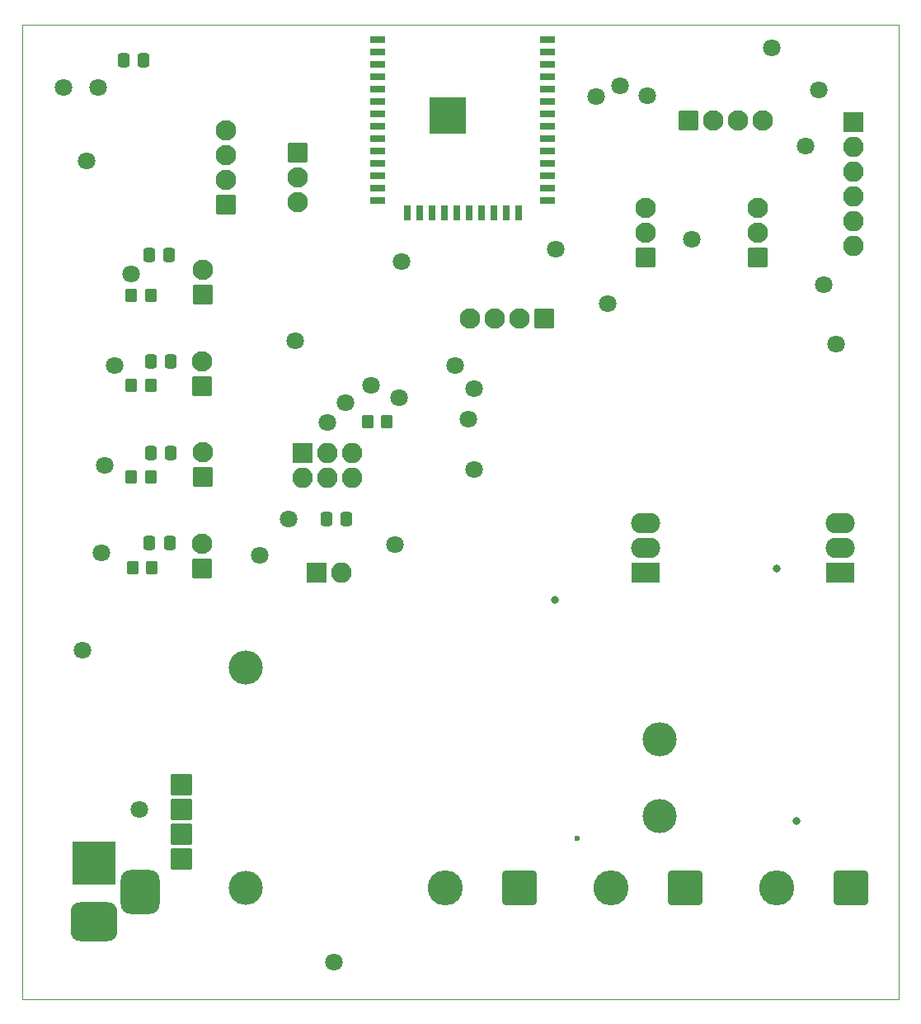
<source format=gbr>
%TF.GenerationSoftware,KiCad,Pcbnew,9.0.2*%
%TF.CreationDate,2025-06-12T16:32:13-03:00*%
%TF.ProjectId,v0.2,76302e32-2e6b-4696-9361-645f70636258,rev?*%
%TF.SameCoordinates,Original*%
%TF.FileFunction,Soldermask,Top*%
%TF.FilePolarity,Negative*%
%FSLAX46Y46*%
G04 Gerber Fmt 4.6, Leading zero omitted, Abs format (unit mm)*
G04 Created by KiCad (PCBNEW 9.0.2) date 2025-06-12 16:32:13*
%MOMM*%
%LPD*%
G01*
G04 APERTURE LIST*
G04 Aperture macros list*
%AMRoundRect*
0 Rectangle with rounded corners*
0 $1 Rounding radius*
0 $2 $3 $4 $5 $6 $7 $8 $9 X,Y pos of 4 corners*
0 Add a 4 corners polygon primitive as box body*
4,1,4,$2,$3,$4,$5,$6,$7,$8,$9,$2,$3,0*
0 Add four circle primitives for the rounded corners*
1,1,$1+$1,$2,$3*
1,1,$1+$1,$4,$5*
1,1,$1+$1,$6,$7*
1,1,$1+$1,$8,$9*
0 Add four rect primitives between the rounded corners*
20,1,$1+$1,$2,$3,$4,$5,0*
20,1,$1+$1,$4,$5,$6,$7,0*
20,1,$1+$1,$6,$7,$8,$9,0*
20,1,$1+$1,$8,$9,$2,$3,0*%
G04 Aperture macros list end*
%ADD10R,3.000000X2.100000*%
%ADD11O,3.000000X2.100000*%
%ADD12C,3.500000*%
%ADD13O,3.500000X3.500000*%
%ADD14RoundRect,0.250000X-0.350000X-0.450000X0.350000X-0.450000X0.350000X0.450000X-0.350000X0.450000X0*%
%ADD15RoundRect,0.250000X-0.337500X-0.475000X0.337500X-0.475000X0.337500X0.475000X-0.337500X0.475000X0*%
%ADD16RoundRect,0.250000X0.337500X0.475000X-0.337500X0.475000X-0.337500X-0.475000X0.337500X-0.475000X0*%
%ADD17R,4.500000X4.500000*%
%ADD18RoundRect,1.000000X1.400000X-1.000000X1.400000X1.000000X-1.400000X1.000000X-1.400000X-1.000000X0*%
%ADD19RoundRect,1.000000X1.000000X-1.250000X1.000000X1.250000X-1.000000X1.250000X-1.000000X-1.250000X0*%
%ADD20RoundRect,0.250000X0.350000X0.450000X-0.350000X0.450000X-0.350000X-0.450000X0.350000X-0.450000X0*%
%ADD21R,1.500000X0.800000*%
%ADD22R,0.800000X1.500000*%
%ADD23C,0.600000*%
%ADD24R,3.800000X3.800000*%
%ADD25RoundRect,0.301724X0.748276X-0.748276X0.748276X0.748276X-0.748276X0.748276X-0.748276X-0.748276X0*%
%ADD26C,2.100000*%
%ADD27RoundRect,0.428573X1.371427X1.371427X-1.371427X1.371427X-1.371427X-1.371427X1.371427X-1.371427X0*%
%ADD28O,3.600000X3.600000*%
%ADD29RoundRect,0.301724X0.748276X0.748276X-0.748276X0.748276X-0.748276X-0.748276X0.748276X-0.748276X0*%
%ADD30RoundRect,0.301724X-0.748276X-0.748276X0.748276X-0.748276X0.748276X0.748276X-0.748276X0.748276X0*%
%ADD31RoundRect,0.102000X-1.000000X-1.000000X1.000000X-1.000000X1.000000X1.000000X-1.000000X1.000000X0*%
%ADD32RoundRect,0.301724X-0.748276X0.748276X-0.748276X-0.748276X0.748276X-0.748276X0.748276X0.748276X0*%
%ADD33R,2.100000X2.100000*%
%ADD34O,2.100000X2.100000*%
%ADD35C,1.800000*%
%ADD36C,0.800000*%
%TA.AperFunction,Profile*%
%ADD37C,0.050000*%
%TD*%
G04 APERTURE END LIST*
D10*
%TO.C,Q1*%
X94000000Y-116200000D03*
D11*
X94000000Y-113660000D03*
X94000000Y-111120000D03*
%TD*%
%TO.C,Q2*%
X114000000Y-111120000D03*
D10*
X114000000Y-116200000D03*
D11*
X114000000Y-113660000D03*
%TD*%
D12*
%TO.C,PS1*%
X95432500Y-141150000D03*
D13*
X95432500Y-133350000D03*
X52932500Y-148550000D03*
X52932500Y-125950000D03*
%TD*%
D14*
%TO.C,R2*%
X41200000Y-106400000D03*
X43200000Y-106400000D03*
%TD*%
D15*
%TO.C,C5*%
X43032500Y-83650000D03*
X45107500Y-83650000D03*
%TD*%
D16*
%TO.C,C1*%
X42457500Y-63600000D03*
X40382500Y-63600000D03*
%TD*%
D14*
%TO.C,R1*%
X41320000Y-115700000D03*
X43320000Y-115700000D03*
%TD*%
D15*
%TO.C,C7*%
X61212500Y-110750000D03*
X63287500Y-110750000D03*
%TD*%
D17*
%TO.C,J17*%
X37400000Y-146000000D03*
D18*
X37400000Y-152000000D03*
D19*
X42100000Y-149000000D03*
%TD*%
D20*
%TO.C,R5*%
X67470000Y-100750000D03*
X65470000Y-100750000D03*
%TD*%
D21*
%TO.C,U1*%
X66470000Y-61550000D03*
X66470000Y-62820000D03*
X66470000Y-64090000D03*
X66470000Y-65360000D03*
X66470000Y-66630000D03*
X66470000Y-67900000D03*
X66470000Y-69170000D03*
X66470000Y-70440000D03*
X66470000Y-71710000D03*
X66470000Y-72980000D03*
X66470000Y-74250000D03*
X66470000Y-75520000D03*
X66470000Y-76790000D03*
X66470000Y-78060000D03*
D22*
X69510000Y-79310000D03*
X70780000Y-79310000D03*
X72050000Y-79310000D03*
X73320000Y-79310000D03*
X74590000Y-79310000D03*
X75860000Y-79310000D03*
X77130000Y-79310000D03*
X78400000Y-79310000D03*
X79670000Y-79310000D03*
X80940000Y-79310000D03*
D21*
X83970000Y-78060000D03*
X83970000Y-76790000D03*
X83970000Y-75520000D03*
X83970000Y-74250000D03*
X83970000Y-72980000D03*
X83970000Y-71710000D03*
X83970000Y-70440000D03*
X83970000Y-69170000D03*
X83970000Y-67900000D03*
X83970000Y-66630000D03*
X83970000Y-65360000D03*
X83970000Y-64090000D03*
X83970000Y-62820000D03*
X83970000Y-61550000D03*
D23*
X72320000Y-68570000D03*
X72320000Y-69970000D03*
X73020000Y-67870000D03*
X73020000Y-69270000D03*
X73020000Y-70670000D03*
X73695000Y-68570000D03*
X73695000Y-69970000D03*
D24*
X73720000Y-69270000D03*
D23*
X74420000Y-67870000D03*
X74420000Y-69270000D03*
X74420000Y-70670000D03*
X75120000Y-68570000D03*
X75120000Y-69970000D03*
%TD*%
D14*
%TO.C,R4*%
X41182500Y-87740000D03*
X43182500Y-87740000D03*
%TD*%
%TO.C,R3*%
X41220000Y-97000000D03*
X43220000Y-97000000D03*
%TD*%
D15*
%TO.C,C2*%
X43082500Y-113200000D03*
X45157500Y-113200000D03*
%TD*%
%TO.C,C3*%
X43182500Y-103900000D03*
X45257500Y-103900000D03*
%TD*%
%TO.C,C4*%
X43182500Y-94500000D03*
X45257500Y-94500000D03*
%TD*%
D25*
%TO.C,J6*%
X105570000Y-83850000D03*
D26*
X105570000Y-81310000D03*
X105570000Y-78770000D03*
%TD*%
D27*
%TO.C,J15*%
X115062000Y-148590000D03*
D28*
X107442000Y-148590000D03*
%TD*%
D25*
%TO.C,J3*%
X48557500Y-106400000D03*
D26*
X48557500Y-103860000D03*
%TD*%
D25*
%TO.C,J11*%
X50920000Y-78450000D03*
D26*
X50920000Y-75910000D03*
X50920000Y-73370000D03*
X50920000Y-70830000D03*
%TD*%
D29*
%TO.C,J9*%
X83620000Y-90150000D03*
D26*
X81080000Y-90150000D03*
X78540000Y-90150000D03*
X76000000Y-90150000D03*
%TD*%
D30*
%TO.C,J10*%
X98420000Y-69800000D03*
D26*
X100960000Y-69800000D03*
X103500000Y-69800000D03*
X106040000Y-69800000D03*
%TD*%
D25*
%TO.C,J2*%
X48507500Y-115750000D03*
D26*
X48507500Y-113210000D03*
%TD*%
D27*
%TO.C,J16*%
X81026000Y-148590000D03*
D28*
X73406000Y-148590000D03*
%TD*%
D25*
%TO.C,J5*%
X48520000Y-87700000D03*
D26*
X48520000Y-85160000D03*
%TD*%
D31*
%TO.C,U6*%
X46357500Y-145632500D03*
X46357500Y-140552500D03*
X46357500Y-143092500D03*
X46357500Y-138012500D03*
%TD*%
D25*
%TO.C,J4*%
X48507500Y-97050000D03*
D26*
X48507500Y-94510000D03*
%TD*%
D32*
%TO.C,J12*%
X58320000Y-73100000D03*
D26*
X58320000Y-75640000D03*
X58320000Y-78180000D03*
%TD*%
D27*
%TO.C,J14*%
X98044000Y-148590000D03*
D28*
X90424000Y-148590000D03*
%TD*%
D33*
%TO.C,J1*%
X58780000Y-103910000D03*
D34*
X58780000Y-106450000D03*
X61320000Y-103910000D03*
X61320000Y-106450000D03*
X63860000Y-103910000D03*
X63860000Y-106450000D03*
%TD*%
D33*
%TO.C,J7*%
X60250000Y-116250000D03*
D34*
X62790000Y-116250000D03*
%TD*%
D25*
%TO.C,J13*%
X94020000Y-83850000D03*
D26*
X94020000Y-81310000D03*
X94020000Y-78770000D03*
%TD*%
D33*
%TO.C,J8*%
X115370000Y-70000000D03*
D34*
X115370000Y-72540000D03*
X115370000Y-75080000D03*
X115370000Y-77620000D03*
X115370000Y-80160000D03*
X115370000Y-82700000D03*
%TD*%
D35*
X38470000Y-105200000D03*
X41170000Y-85600000D03*
X38120000Y-114200000D03*
X39520000Y-95000000D03*
X37770000Y-66450000D03*
X68270000Y-113300000D03*
X54400000Y-114400000D03*
X107000000Y-62400000D03*
X34220000Y-66400000D03*
X94220000Y-67300000D03*
X68970000Y-84300000D03*
X42000000Y-140500000D03*
X98770000Y-82000000D03*
X36200000Y-124200000D03*
X76400000Y-105600000D03*
X61976000Y-156210000D03*
X113600000Y-92800000D03*
X58070000Y-92450000D03*
X36620001Y-73999999D03*
X57320000Y-110700000D03*
D36*
X109474000Y-141732000D03*
X84709000Y-118999000D03*
D23*
X87000000Y-143500000D03*
D36*
X107442000Y-115824000D03*
D35*
X68720000Y-98300000D03*
X112320000Y-86700000D03*
X111820000Y-66700000D03*
X61320000Y-100800000D03*
X84820000Y-83000000D03*
X91420000Y-66250000D03*
X65800000Y-97000004D03*
X63200000Y-98799998D03*
X88920000Y-67400000D03*
X110470002Y-72400000D03*
X90120000Y-88600000D03*
X75800006Y-100500000D03*
X76420000Y-97300000D03*
X74470000Y-94950000D03*
D37*
X30000000Y-60000000D02*
X120000000Y-60000000D01*
X120000000Y-160000000D01*
X30000000Y-160000000D01*
X30000000Y-60000000D01*
M02*

</source>
